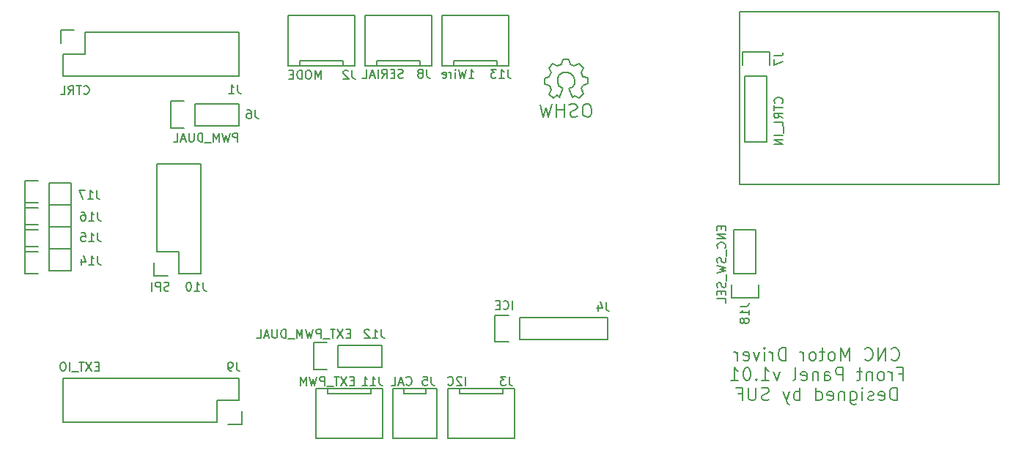
<source format=gbr>
G04 #@! TF.FileFunction,Legend,Bot*
%FSLAX46Y46*%
G04 Gerber Fmt 4.6, Leading zero omitted, Abs format (unit mm)*
G04 Created by KiCad (PCBNEW (2015-06-16 BZR 5762, Git d3b3131)-product) date 2015.07.11. 4:53:42*
%MOMM*%
G01*
G04 APERTURE LIST*
%ADD10C,0.100000*%
%ADD11C,0.200000*%
%ADD12C,0.150000*%
G04 APERTURE END LIST*
D10*
D11*
X137571428Y-70235714D02*
X137642857Y-70307143D01*
X137857143Y-70378571D01*
X138000000Y-70378571D01*
X138214285Y-70307143D01*
X138357143Y-70164286D01*
X138428571Y-70021429D01*
X138500000Y-69735714D01*
X138500000Y-69521429D01*
X138428571Y-69235714D01*
X138357143Y-69092857D01*
X138214285Y-68950000D01*
X138000000Y-68878571D01*
X137857143Y-68878571D01*
X137642857Y-68950000D01*
X137571428Y-69021429D01*
X136928571Y-70378571D02*
X136928571Y-68878571D01*
X136071428Y-70378571D01*
X136071428Y-68878571D01*
X134499999Y-70235714D02*
X134571428Y-70307143D01*
X134785714Y-70378571D01*
X134928571Y-70378571D01*
X135142856Y-70307143D01*
X135285714Y-70164286D01*
X135357142Y-70021429D01*
X135428571Y-69735714D01*
X135428571Y-69521429D01*
X135357142Y-69235714D01*
X135285714Y-69092857D01*
X135142856Y-68950000D01*
X134928571Y-68878571D01*
X134785714Y-68878571D01*
X134571428Y-68950000D01*
X134499999Y-69021429D01*
X132714285Y-70378571D02*
X132714285Y-68878571D01*
X132214285Y-69950000D01*
X131714285Y-68878571D01*
X131714285Y-70378571D01*
X130785713Y-70378571D02*
X130928571Y-70307143D01*
X130999999Y-70235714D01*
X131071428Y-70092857D01*
X131071428Y-69664286D01*
X130999999Y-69521429D01*
X130928571Y-69450000D01*
X130785713Y-69378571D01*
X130571428Y-69378571D01*
X130428571Y-69450000D01*
X130357142Y-69521429D01*
X130285713Y-69664286D01*
X130285713Y-70092857D01*
X130357142Y-70235714D01*
X130428571Y-70307143D01*
X130571428Y-70378571D01*
X130785713Y-70378571D01*
X129857142Y-69378571D02*
X129285713Y-69378571D01*
X129642856Y-68878571D02*
X129642856Y-70164286D01*
X129571428Y-70307143D01*
X129428570Y-70378571D01*
X129285713Y-70378571D01*
X128571427Y-70378571D02*
X128714285Y-70307143D01*
X128785713Y-70235714D01*
X128857142Y-70092857D01*
X128857142Y-69664286D01*
X128785713Y-69521429D01*
X128714285Y-69450000D01*
X128571427Y-69378571D01*
X128357142Y-69378571D01*
X128214285Y-69450000D01*
X128142856Y-69521429D01*
X128071427Y-69664286D01*
X128071427Y-70092857D01*
X128142856Y-70235714D01*
X128214285Y-70307143D01*
X128357142Y-70378571D01*
X128571427Y-70378571D01*
X127428570Y-70378571D02*
X127428570Y-69378571D01*
X127428570Y-69664286D02*
X127357142Y-69521429D01*
X127285713Y-69450000D01*
X127142856Y-69378571D01*
X126999999Y-69378571D01*
X125357142Y-70378571D02*
X125357142Y-68878571D01*
X124999999Y-68878571D01*
X124785714Y-68950000D01*
X124642856Y-69092857D01*
X124571428Y-69235714D01*
X124499999Y-69521429D01*
X124499999Y-69735714D01*
X124571428Y-70021429D01*
X124642856Y-70164286D01*
X124785714Y-70307143D01*
X124999999Y-70378571D01*
X125357142Y-70378571D01*
X123857142Y-70378571D02*
X123857142Y-69378571D01*
X123857142Y-69664286D02*
X123785714Y-69521429D01*
X123714285Y-69450000D01*
X123571428Y-69378571D01*
X123428571Y-69378571D01*
X122928571Y-70378571D02*
X122928571Y-69378571D01*
X122928571Y-68878571D02*
X123000000Y-68950000D01*
X122928571Y-69021429D01*
X122857143Y-68950000D01*
X122928571Y-68878571D01*
X122928571Y-69021429D01*
X122357142Y-69378571D02*
X121999999Y-70378571D01*
X121642857Y-69378571D01*
X120500000Y-70307143D02*
X120642857Y-70378571D01*
X120928571Y-70378571D01*
X121071428Y-70307143D01*
X121142857Y-70164286D01*
X121142857Y-69592857D01*
X121071428Y-69450000D01*
X120928571Y-69378571D01*
X120642857Y-69378571D01*
X120500000Y-69450000D01*
X120428571Y-69592857D01*
X120428571Y-69735714D01*
X121142857Y-69878571D01*
X119785714Y-70378571D02*
X119785714Y-69378571D01*
X119785714Y-69664286D02*
X119714286Y-69521429D01*
X119642857Y-69450000D01*
X119500000Y-69378571D01*
X119357143Y-69378571D01*
X138392856Y-71892857D02*
X138892856Y-71892857D01*
X138892856Y-72678571D02*
X138892856Y-71178571D01*
X138178570Y-71178571D01*
X137607142Y-72678571D02*
X137607142Y-71678571D01*
X137607142Y-71964286D02*
X137535714Y-71821429D01*
X137464285Y-71750000D01*
X137321428Y-71678571D01*
X137178571Y-71678571D01*
X136464285Y-72678571D02*
X136607143Y-72607143D01*
X136678571Y-72535714D01*
X136750000Y-72392857D01*
X136750000Y-71964286D01*
X136678571Y-71821429D01*
X136607143Y-71750000D01*
X136464285Y-71678571D01*
X136250000Y-71678571D01*
X136107143Y-71750000D01*
X136035714Y-71821429D01*
X135964285Y-71964286D01*
X135964285Y-72392857D01*
X136035714Y-72535714D01*
X136107143Y-72607143D01*
X136250000Y-72678571D01*
X136464285Y-72678571D01*
X135321428Y-71678571D02*
X135321428Y-72678571D01*
X135321428Y-71821429D02*
X135250000Y-71750000D01*
X135107142Y-71678571D01*
X134892857Y-71678571D01*
X134750000Y-71750000D01*
X134678571Y-71892857D01*
X134678571Y-72678571D01*
X134178571Y-71678571D02*
X133607142Y-71678571D01*
X133964285Y-71178571D02*
X133964285Y-72464286D01*
X133892857Y-72607143D01*
X133749999Y-72678571D01*
X133607142Y-72678571D01*
X131964285Y-72678571D02*
X131964285Y-71178571D01*
X131392857Y-71178571D01*
X131249999Y-71250000D01*
X131178571Y-71321429D01*
X131107142Y-71464286D01*
X131107142Y-71678571D01*
X131178571Y-71821429D01*
X131249999Y-71892857D01*
X131392857Y-71964286D01*
X131964285Y-71964286D01*
X129821428Y-72678571D02*
X129821428Y-71892857D01*
X129892857Y-71750000D01*
X130035714Y-71678571D01*
X130321428Y-71678571D01*
X130464285Y-71750000D01*
X129821428Y-72607143D02*
X129964285Y-72678571D01*
X130321428Y-72678571D01*
X130464285Y-72607143D01*
X130535714Y-72464286D01*
X130535714Y-72321429D01*
X130464285Y-72178571D01*
X130321428Y-72107143D01*
X129964285Y-72107143D01*
X129821428Y-72035714D01*
X129107142Y-71678571D02*
X129107142Y-72678571D01*
X129107142Y-71821429D02*
X129035714Y-71750000D01*
X128892856Y-71678571D01*
X128678571Y-71678571D01*
X128535714Y-71750000D01*
X128464285Y-71892857D01*
X128464285Y-72678571D01*
X127178571Y-72607143D02*
X127321428Y-72678571D01*
X127607142Y-72678571D01*
X127749999Y-72607143D01*
X127821428Y-72464286D01*
X127821428Y-71892857D01*
X127749999Y-71750000D01*
X127607142Y-71678571D01*
X127321428Y-71678571D01*
X127178571Y-71750000D01*
X127107142Y-71892857D01*
X127107142Y-72035714D01*
X127821428Y-72178571D01*
X126249999Y-72678571D02*
X126392857Y-72607143D01*
X126464285Y-72464286D01*
X126464285Y-71178571D01*
X124678571Y-71678571D02*
X124321428Y-72678571D01*
X123964286Y-71678571D01*
X122607143Y-72678571D02*
X123464286Y-72678571D01*
X123035714Y-72678571D02*
X123035714Y-71178571D01*
X123178571Y-71392857D01*
X123321429Y-71535714D01*
X123464286Y-71607143D01*
X121964286Y-72535714D02*
X121892858Y-72607143D01*
X121964286Y-72678571D01*
X122035715Y-72607143D01*
X121964286Y-72535714D01*
X121964286Y-72678571D01*
X120964286Y-71178571D02*
X120821429Y-71178571D01*
X120678572Y-71250000D01*
X120607143Y-71321429D01*
X120535714Y-71464286D01*
X120464286Y-71750000D01*
X120464286Y-72107143D01*
X120535714Y-72392857D01*
X120607143Y-72535714D01*
X120678572Y-72607143D01*
X120821429Y-72678571D01*
X120964286Y-72678571D01*
X121107143Y-72607143D01*
X121178572Y-72535714D01*
X121250000Y-72392857D01*
X121321429Y-72107143D01*
X121321429Y-71750000D01*
X121250000Y-71464286D01*
X121178572Y-71321429D01*
X121107143Y-71250000D01*
X120964286Y-71178571D01*
X119035715Y-72678571D02*
X119892858Y-72678571D01*
X119464286Y-72678571D02*
X119464286Y-71178571D01*
X119607143Y-71392857D01*
X119750001Y-71535714D01*
X119892858Y-71607143D01*
X138214285Y-74978571D02*
X138214285Y-73478571D01*
X137857142Y-73478571D01*
X137642857Y-73550000D01*
X137499999Y-73692857D01*
X137428571Y-73835714D01*
X137357142Y-74121429D01*
X137357142Y-74335714D01*
X137428571Y-74621429D01*
X137499999Y-74764286D01*
X137642857Y-74907143D01*
X137857142Y-74978571D01*
X138214285Y-74978571D01*
X136142857Y-74907143D02*
X136285714Y-74978571D01*
X136571428Y-74978571D01*
X136714285Y-74907143D01*
X136785714Y-74764286D01*
X136785714Y-74192857D01*
X136714285Y-74050000D01*
X136571428Y-73978571D01*
X136285714Y-73978571D01*
X136142857Y-74050000D01*
X136071428Y-74192857D01*
X136071428Y-74335714D01*
X136785714Y-74478571D01*
X135500000Y-74907143D02*
X135357143Y-74978571D01*
X135071428Y-74978571D01*
X134928571Y-74907143D01*
X134857143Y-74764286D01*
X134857143Y-74692857D01*
X134928571Y-74550000D01*
X135071428Y-74478571D01*
X135285714Y-74478571D01*
X135428571Y-74407143D01*
X135500000Y-74264286D01*
X135500000Y-74192857D01*
X135428571Y-74050000D01*
X135285714Y-73978571D01*
X135071428Y-73978571D01*
X134928571Y-74050000D01*
X134214285Y-74978571D02*
X134214285Y-73978571D01*
X134214285Y-73478571D02*
X134285714Y-73550000D01*
X134214285Y-73621429D01*
X134142857Y-73550000D01*
X134214285Y-73478571D01*
X134214285Y-73621429D01*
X132857142Y-73978571D02*
X132857142Y-75192857D01*
X132928571Y-75335714D01*
X132999999Y-75407143D01*
X133142856Y-75478571D01*
X133357142Y-75478571D01*
X133499999Y-75407143D01*
X132857142Y-74907143D02*
X132999999Y-74978571D01*
X133285713Y-74978571D01*
X133428571Y-74907143D01*
X133499999Y-74835714D01*
X133571428Y-74692857D01*
X133571428Y-74264286D01*
X133499999Y-74121429D01*
X133428571Y-74050000D01*
X133285713Y-73978571D01*
X132999999Y-73978571D01*
X132857142Y-74050000D01*
X132142856Y-73978571D02*
X132142856Y-74978571D01*
X132142856Y-74121429D02*
X132071428Y-74050000D01*
X131928570Y-73978571D01*
X131714285Y-73978571D01*
X131571428Y-74050000D01*
X131499999Y-74192857D01*
X131499999Y-74978571D01*
X130214285Y-74907143D02*
X130357142Y-74978571D01*
X130642856Y-74978571D01*
X130785713Y-74907143D01*
X130857142Y-74764286D01*
X130857142Y-74192857D01*
X130785713Y-74050000D01*
X130642856Y-73978571D01*
X130357142Y-73978571D01*
X130214285Y-74050000D01*
X130142856Y-74192857D01*
X130142856Y-74335714D01*
X130857142Y-74478571D01*
X128857142Y-74978571D02*
X128857142Y-73478571D01*
X128857142Y-74907143D02*
X128999999Y-74978571D01*
X129285713Y-74978571D01*
X129428571Y-74907143D01*
X129499999Y-74835714D01*
X129571428Y-74692857D01*
X129571428Y-74264286D01*
X129499999Y-74121429D01*
X129428571Y-74050000D01*
X129285713Y-73978571D01*
X128999999Y-73978571D01*
X128857142Y-74050000D01*
X126999999Y-74978571D02*
X126999999Y-73478571D01*
X126999999Y-74050000D02*
X126857142Y-73978571D01*
X126571428Y-73978571D01*
X126428571Y-74050000D01*
X126357142Y-74121429D01*
X126285713Y-74264286D01*
X126285713Y-74692857D01*
X126357142Y-74835714D01*
X126428571Y-74907143D01*
X126571428Y-74978571D01*
X126857142Y-74978571D01*
X126999999Y-74907143D01*
X125785713Y-73978571D02*
X125428570Y-74978571D01*
X125071428Y-73978571D02*
X125428570Y-74978571D01*
X125571428Y-75335714D01*
X125642856Y-75407143D01*
X125785713Y-75478571D01*
X123428571Y-74907143D02*
X123214285Y-74978571D01*
X122857142Y-74978571D01*
X122714285Y-74907143D01*
X122642856Y-74835714D01*
X122571428Y-74692857D01*
X122571428Y-74550000D01*
X122642856Y-74407143D01*
X122714285Y-74335714D01*
X122857142Y-74264286D01*
X123142856Y-74192857D01*
X123285714Y-74121429D01*
X123357142Y-74050000D01*
X123428571Y-73907143D01*
X123428571Y-73764286D01*
X123357142Y-73621429D01*
X123285714Y-73550000D01*
X123142856Y-73478571D01*
X122785714Y-73478571D01*
X122571428Y-73550000D01*
X121928571Y-73478571D02*
X121928571Y-74692857D01*
X121857143Y-74835714D01*
X121785714Y-74907143D01*
X121642857Y-74978571D01*
X121357143Y-74978571D01*
X121214285Y-74907143D01*
X121142857Y-74835714D01*
X121071428Y-74692857D01*
X121071428Y-73478571D01*
X119857142Y-74192857D02*
X120357142Y-74192857D01*
X120357142Y-74978571D02*
X120357142Y-73478571D01*
X119642856Y-73478571D01*
X150000000Y-30000000D02*
X120000000Y-30000000D01*
X150000000Y-50000000D02*
X150000000Y-30000000D01*
X120000000Y-50000000D02*
X150000000Y-50000000D01*
X120000000Y-30000000D02*
X120000000Y-50000000D01*
D12*
X62230000Y-37465000D02*
X41910000Y-37465000D01*
X44450000Y-32385000D02*
X62230000Y-32385000D01*
X62230000Y-37465000D02*
X62230000Y-32385000D01*
X41910000Y-37465000D02*
X41910000Y-34925000D01*
X41630000Y-33655000D02*
X41630000Y-32105000D01*
X41910000Y-34925000D02*
X44450000Y-34925000D01*
X44450000Y-34925000D02*
X44450000Y-32385000D01*
X41630000Y-32105000D02*
X43180000Y-32105000D01*
X74255000Y-35655000D02*
X69255000Y-35655000D01*
X74255000Y-36255000D02*
X74255000Y-35655000D01*
X69255000Y-36255000D02*
X69255000Y-35655000D01*
X75605000Y-36255000D02*
X75605000Y-30455000D01*
X67905000Y-36255000D02*
X75605000Y-36255000D01*
X67905000Y-30455000D02*
X67905000Y-36255000D01*
X67905000Y-30455000D02*
X75605000Y-30455000D01*
X87670000Y-74200000D02*
X92670000Y-74200000D01*
X87670000Y-73600000D02*
X87670000Y-74200000D01*
X92670000Y-73600000D02*
X92670000Y-74200000D01*
X86320000Y-73600000D02*
X86320000Y-79400000D01*
X94020000Y-73600000D02*
X86320000Y-73600000D01*
X94020000Y-79400000D02*
X94020000Y-73600000D01*
X94020000Y-79400000D02*
X86320000Y-79400000D01*
X93345000Y-65125000D02*
X91795000Y-65125000D01*
X91795000Y-65125000D02*
X91795000Y-68225000D01*
X91795000Y-68225000D02*
X93345000Y-68225000D01*
X94615000Y-67945000D02*
X104775000Y-67945000D01*
X104775000Y-67945000D02*
X104775000Y-65405000D01*
X104775000Y-65405000D02*
X94615000Y-65405000D01*
X94615000Y-67945000D02*
X94615000Y-65405000D01*
X83800000Y-73600000D02*
X83800000Y-74200000D01*
X83800000Y-74200000D02*
X81300000Y-74200000D01*
X81300000Y-74200000D02*
X81300000Y-73600000D01*
X85100000Y-73600000D02*
X80000000Y-73600000D01*
X80000000Y-73600000D02*
X80000000Y-79400000D01*
X80000000Y-79400000D02*
X85100000Y-79400000D01*
X85100000Y-79400000D02*
X85100000Y-73600000D01*
X57150000Y-40640000D02*
X62230000Y-40640000D01*
X62230000Y-40640000D02*
X62230000Y-43180000D01*
X62230000Y-43180000D02*
X57150000Y-43180000D01*
X54330000Y-43460000D02*
X55880000Y-43460000D01*
X57150000Y-43180000D02*
X57150000Y-40640000D01*
X55880000Y-40360000D02*
X54330000Y-40360000D01*
X54330000Y-40360000D02*
X54330000Y-43460000D01*
X123190000Y-37465000D02*
X123190000Y-45085000D01*
X120650000Y-37465000D02*
X120650000Y-45085000D01*
X120370000Y-34645000D02*
X120370000Y-36195000D01*
X123190000Y-45085000D02*
X120650000Y-45085000D01*
X120650000Y-37465000D02*
X123190000Y-37465000D01*
X123470000Y-36195000D02*
X123470000Y-34645000D01*
X123470000Y-34645000D02*
X120370000Y-34645000D01*
X83145000Y-35655000D02*
X78145000Y-35655000D01*
X83145000Y-36255000D02*
X83145000Y-35655000D01*
X78145000Y-36255000D02*
X78145000Y-35655000D01*
X84495000Y-36255000D02*
X84495000Y-30455000D01*
X76795000Y-36255000D02*
X84495000Y-36255000D01*
X76795000Y-30455000D02*
X76795000Y-36255000D01*
X76795000Y-30455000D02*
X84495000Y-30455000D01*
X41910000Y-72390000D02*
X62230000Y-72390000D01*
X59690000Y-77470000D02*
X41910000Y-77470000D01*
X41910000Y-72390000D02*
X41910000Y-77470000D01*
X62230000Y-72390000D02*
X62230000Y-74930000D01*
X62510000Y-76200000D02*
X62510000Y-77750000D01*
X62230000Y-74930000D02*
X59690000Y-74930000D01*
X59690000Y-74930000D02*
X59690000Y-77470000D01*
X62510000Y-77750000D02*
X60960000Y-77750000D01*
X57785000Y-60325000D02*
X57785000Y-47625000D01*
X57785000Y-47625000D02*
X52705000Y-47625000D01*
X52705000Y-47625000D02*
X52705000Y-57785000D01*
X57785000Y-60325000D02*
X55245000Y-60325000D01*
X53975000Y-60605000D02*
X52425000Y-60605000D01*
X55245000Y-60325000D02*
X55245000Y-57785000D01*
X55245000Y-57785000D02*
X52705000Y-57785000D01*
X52425000Y-60605000D02*
X52425000Y-59055000D01*
X72430000Y-74200000D02*
X77430000Y-74200000D01*
X72430000Y-73600000D02*
X72430000Y-74200000D01*
X77430000Y-73600000D02*
X77430000Y-74200000D01*
X71080000Y-73600000D02*
X71080000Y-79400000D01*
X78780000Y-73600000D02*
X71080000Y-73600000D01*
X78780000Y-79400000D02*
X78780000Y-73600000D01*
X78780000Y-79400000D02*
X71080000Y-79400000D01*
X73660000Y-68580000D02*
X78740000Y-68580000D01*
X78740000Y-68580000D02*
X78740000Y-71120000D01*
X78740000Y-71120000D02*
X73660000Y-71120000D01*
X70840000Y-71400000D02*
X72390000Y-71400000D01*
X73660000Y-71120000D02*
X73660000Y-68580000D01*
X72390000Y-68300000D02*
X70840000Y-68300000D01*
X70840000Y-68300000D02*
X70840000Y-71400000D01*
X92035000Y-35655000D02*
X87035000Y-35655000D01*
X92035000Y-36255000D02*
X92035000Y-35655000D01*
X87035000Y-36255000D02*
X87035000Y-35655000D01*
X93385000Y-36255000D02*
X93385000Y-30455000D01*
X85685000Y-36255000D02*
X93385000Y-36255000D01*
X85685000Y-30455000D02*
X85685000Y-36255000D01*
X85685000Y-30455000D02*
X93385000Y-30455000D01*
X40322500Y-60007500D02*
X42862500Y-60007500D01*
X37502500Y-60287500D02*
X39052500Y-60287500D01*
X40322500Y-60007500D02*
X40322500Y-57467500D01*
X39052500Y-57187500D02*
X37502500Y-57187500D01*
X37502500Y-57187500D02*
X37502500Y-60287500D01*
X40322500Y-57467500D02*
X42862500Y-57467500D01*
X42862500Y-57467500D02*
X42862500Y-60007500D01*
X40322500Y-57467500D02*
X42862500Y-57467500D01*
X37502500Y-57747500D02*
X39052500Y-57747500D01*
X40322500Y-57467500D02*
X40322500Y-54927500D01*
X39052500Y-54647500D02*
X37502500Y-54647500D01*
X37502500Y-54647500D02*
X37502500Y-57747500D01*
X40322500Y-54927500D02*
X42862500Y-54927500D01*
X42862500Y-54927500D02*
X42862500Y-57467500D01*
X40322500Y-54927500D02*
X42862500Y-54927500D01*
X37502500Y-55207500D02*
X39052500Y-55207500D01*
X40322500Y-54927500D02*
X40322500Y-52387500D01*
X39052500Y-52107500D02*
X37502500Y-52107500D01*
X37502500Y-52107500D02*
X37502500Y-55207500D01*
X40322500Y-52387500D02*
X42862500Y-52387500D01*
X42862500Y-52387500D02*
X42862500Y-54927500D01*
X40322500Y-52387500D02*
X42862500Y-52387500D01*
X37502500Y-52667500D02*
X39052500Y-52667500D01*
X40322500Y-52387500D02*
X40322500Y-49847500D01*
X39052500Y-49567500D02*
X37502500Y-49567500D01*
X37502500Y-49567500D02*
X37502500Y-52667500D01*
X40322500Y-49847500D02*
X42862500Y-49847500D01*
X42862500Y-49847500D02*
X42862500Y-52387500D01*
X119380000Y-60325000D02*
X119380000Y-55245000D01*
X119380000Y-55245000D02*
X121920000Y-55245000D01*
X121920000Y-55245000D02*
X121920000Y-60325000D01*
X122200000Y-63145000D02*
X122200000Y-61595000D01*
X121920000Y-60325000D02*
X119380000Y-60325000D01*
X119100000Y-61595000D02*
X119100000Y-63145000D01*
X119100000Y-63145000D02*
X122200000Y-63145000D01*
X98331220Y-40689860D02*
X97970540Y-42160520D01*
X97970540Y-42160520D02*
X97691140Y-41098800D01*
X97691140Y-41098800D02*
X97381260Y-42170680D01*
X97381260Y-42170680D02*
X97040900Y-40720340D01*
X99751080Y-41380740D02*
X98961140Y-41370580D01*
X98961140Y-41370580D02*
X98950980Y-41380740D01*
X98950980Y-41380740D02*
X98950980Y-41370580D01*
X98910340Y-40659380D02*
X98910340Y-42201160D01*
X99799340Y-40649220D02*
X99799340Y-42218940D01*
X99799340Y-42218940D02*
X99789180Y-42208780D01*
X100350520Y-40750820D02*
X100701040Y-40669540D01*
X100701040Y-40669540D02*
X101021080Y-40659380D01*
X101021080Y-40659380D02*
X101259840Y-40860040D01*
X101259840Y-40860040D02*
X101290320Y-41129280D01*
X101290320Y-41129280D02*
X101049020Y-41370580D01*
X101049020Y-41370580D02*
X100660400Y-41500120D01*
X100660400Y-41500120D02*
X100480060Y-41660140D01*
X100480060Y-41660140D02*
X100439420Y-41959860D01*
X100439420Y-41959860D02*
X100670560Y-42180840D01*
X100670560Y-42180840D02*
X100990600Y-42208780D01*
X100990600Y-42208780D02*
X101341120Y-42099560D01*
X102379980Y-40649220D02*
X102628900Y-40669540D01*
X102628900Y-40669540D02*
X102870200Y-40910840D01*
X102870200Y-40910840D02*
X102959100Y-41401060D01*
X102959100Y-41401060D02*
X102931160Y-41749040D01*
X102931160Y-41749040D02*
X102730500Y-42069080D01*
X102730500Y-42069080D02*
X102479040Y-42191000D01*
X102479040Y-42191000D02*
X102169160Y-42119880D01*
X102169160Y-42119880D02*
X101950720Y-41939540D01*
X101950720Y-41939540D02*
X101879600Y-41479800D01*
X101879600Y-41479800D02*
X101930400Y-41070860D01*
X101930400Y-41070860D02*
X102039620Y-40788920D01*
X102039620Y-40788920D02*
X102400300Y-40659380D01*
X101780540Y-38929640D02*
X102039620Y-39490980D01*
X102039620Y-39490980D02*
X101501140Y-40009140D01*
X101501140Y-40009140D02*
X100980440Y-39739900D01*
X100980440Y-39739900D02*
X100701040Y-39899920D01*
X99260860Y-39879600D02*
X98930660Y-39689100D01*
X98930660Y-39689100D02*
X98491240Y-40019300D01*
X98491240Y-40019300D02*
X98018800Y-39529080D01*
X98018800Y-39529080D02*
X98300740Y-39049020D01*
X98300740Y-39049020D02*
X98110240Y-38579120D01*
X98110240Y-38579120D02*
X97500640Y-38391160D01*
X97500640Y-38391160D02*
X97500640Y-37710440D01*
X97500640Y-37710440D02*
X98059440Y-37570740D01*
X98059440Y-37570740D02*
X98260100Y-36999240D01*
X98260100Y-36999240D02*
X97990860Y-36529340D01*
X97990860Y-36529340D02*
X98460760Y-36018800D01*
X98460760Y-36018800D02*
X98978920Y-36280420D01*
X98978920Y-36280420D02*
X99448820Y-36079760D01*
X99448820Y-36079760D02*
X99619000Y-35538740D01*
X99619000Y-35538740D02*
X100309880Y-35520960D01*
X100309880Y-35520960D02*
X100520700Y-36069600D01*
X100520700Y-36069600D02*
X100939800Y-36239780D01*
X100939800Y-36239780D02*
X101490980Y-35970540D01*
X101490980Y-35970540D02*
X102009140Y-36498860D01*
X102009140Y-36498860D02*
X101760220Y-37039880D01*
X101760220Y-37039880D02*
X101930400Y-37519940D01*
X101930400Y-37519940D02*
X102479040Y-37619000D01*
X102479040Y-37619000D02*
X102489200Y-38320040D01*
X102489200Y-38320040D02*
X101930400Y-38520700D01*
X101930400Y-38520700D02*
X101790700Y-38919480D01*
X99649480Y-38899160D02*
X99349760Y-38749300D01*
X99349760Y-38749300D02*
X99149100Y-38551180D01*
X99149100Y-38551180D02*
X98999240Y-38149860D01*
X98999240Y-38149860D02*
X98999240Y-37751080D01*
X98999240Y-37751080D02*
X99149100Y-37400560D01*
X99149100Y-37400560D02*
X99601220Y-37050040D01*
X99601220Y-37050040D02*
X100050800Y-36999240D01*
X100050800Y-36999240D02*
X100449580Y-37100840D01*
X100449580Y-37100840D02*
X100850900Y-37448820D01*
X100850900Y-37448820D02*
X101000760Y-37900940D01*
X101000760Y-37900940D02*
X100949960Y-38398780D01*
X100949960Y-38398780D02*
X100701040Y-38701040D01*
X100701040Y-38701040D02*
X100350520Y-38899160D01*
X100350520Y-38899160D02*
X100701040Y-39899920D01*
X99649480Y-38899160D02*
X99250700Y-39899920D01*
X62055333Y-38441381D02*
X62055333Y-39155667D01*
X62102953Y-39298524D01*
X62198191Y-39393762D01*
X62341048Y-39441381D01*
X62436286Y-39441381D01*
X61055333Y-39441381D02*
X61626762Y-39441381D01*
X61341048Y-39441381D02*
X61341048Y-38441381D01*
X61436286Y-38584238D01*
X61531524Y-38679476D01*
X61626762Y-38727095D01*
X44283190Y-39473143D02*
X44330809Y-39520762D01*
X44473666Y-39568381D01*
X44568904Y-39568381D01*
X44711762Y-39520762D01*
X44807000Y-39425524D01*
X44854619Y-39330286D01*
X44902238Y-39139810D01*
X44902238Y-38996952D01*
X44854619Y-38806476D01*
X44807000Y-38711238D01*
X44711762Y-38616000D01*
X44568904Y-38568381D01*
X44473666Y-38568381D01*
X44330809Y-38616000D01*
X44283190Y-38663619D01*
X43997476Y-38568381D02*
X43426047Y-38568381D01*
X43711762Y-39568381D02*
X43711762Y-38568381D01*
X42521285Y-39568381D02*
X42854619Y-39092190D01*
X43092714Y-39568381D02*
X43092714Y-38568381D01*
X42711761Y-38568381D01*
X42616523Y-38616000D01*
X42568904Y-38663619D01*
X42521285Y-38758857D01*
X42521285Y-38901714D01*
X42568904Y-38996952D01*
X42616523Y-39044571D01*
X42711761Y-39092190D01*
X43092714Y-39092190D01*
X41616523Y-39568381D02*
X42092714Y-39568381D01*
X42092714Y-38568381D01*
X75263333Y-36790381D02*
X75263333Y-37504667D01*
X75310953Y-37647524D01*
X75406191Y-37742762D01*
X75549048Y-37790381D01*
X75644286Y-37790381D01*
X74834762Y-36885619D02*
X74787143Y-36838000D01*
X74691905Y-36790381D01*
X74453809Y-36790381D01*
X74358571Y-36838000D01*
X74310952Y-36885619D01*
X74263333Y-36980857D01*
X74263333Y-37076095D01*
X74310952Y-37218952D01*
X74882381Y-37790381D01*
X74263333Y-37790381D01*
X71659524Y-37790381D02*
X71659524Y-36790381D01*
X71326190Y-37504667D01*
X70992857Y-36790381D01*
X70992857Y-37790381D01*
X70326191Y-36790381D02*
X70135714Y-36790381D01*
X70040476Y-36838000D01*
X69945238Y-36933238D01*
X69897619Y-37123714D01*
X69897619Y-37457048D01*
X69945238Y-37647524D01*
X70040476Y-37742762D01*
X70135714Y-37790381D01*
X70326191Y-37790381D01*
X70421429Y-37742762D01*
X70516667Y-37647524D01*
X70564286Y-37457048D01*
X70564286Y-37123714D01*
X70516667Y-36933238D01*
X70421429Y-36838000D01*
X70326191Y-36790381D01*
X69469048Y-37790381D02*
X69469048Y-36790381D01*
X69230953Y-36790381D01*
X69088095Y-36838000D01*
X68992857Y-36933238D01*
X68945238Y-37028476D01*
X68897619Y-37218952D01*
X68897619Y-37361810D01*
X68945238Y-37552286D01*
X68992857Y-37647524D01*
X69088095Y-37742762D01*
X69230953Y-37790381D01*
X69469048Y-37790381D01*
X68469048Y-37266571D02*
X68135714Y-37266571D01*
X67992857Y-37790381D02*
X68469048Y-37790381D01*
X68469048Y-36790381D01*
X67992857Y-36790381D01*
X93424333Y-72223381D02*
X93424333Y-72937667D01*
X93471953Y-73080524D01*
X93567191Y-73175762D01*
X93710048Y-73223381D01*
X93805286Y-73223381D01*
X93043381Y-72223381D02*
X92424333Y-72223381D01*
X92757667Y-72604333D01*
X92614809Y-72604333D01*
X92519571Y-72651952D01*
X92471952Y-72699571D01*
X92424333Y-72794810D01*
X92424333Y-73032905D01*
X92471952Y-73128143D01*
X92519571Y-73175762D01*
X92614809Y-73223381D01*
X92900524Y-73223381D01*
X92995762Y-73175762D01*
X93043381Y-73128143D01*
X88352190Y-73223381D02*
X88352190Y-72223381D01*
X87923619Y-72318619D02*
X87876000Y-72271000D01*
X87780762Y-72223381D01*
X87542666Y-72223381D01*
X87447428Y-72271000D01*
X87399809Y-72318619D01*
X87352190Y-72413857D01*
X87352190Y-72509095D01*
X87399809Y-72651952D01*
X87971238Y-73223381D01*
X87352190Y-73223381D01*
X86352190Y-73128143D02*
X86399809Y-73175762D01*
X86542666Y-73223381D01*
X86637904Y-73223381D01*
X86780762Y-73175762D01*
X86876000Y-73080524D01*
X86923619Y-72985286D01*
X86971238Y-72794810D01*
X86971238Y-72651952D01*
X86923619Y-72461476D01*
X86876000Y-72366238D01*
X86780762Y-72271000D01*
X86637904Y-72223381D01*
X86542666Y-72223381D01*
X86399809Y-72271000D01*
X86352190Y-72318619D01*
X104600333Y-63587381D02*
X104600333Y-64301667D01*
X104647953Y-64444524D01*
X104743191Y-64539762D01*
X104886048Y-64587381D01*
X104981286Y-64587381D01*
X103695571Y-63920714D02*
X103695571Y-64587381D01*
X103933667Y-63539762D02*
X104171762Y-64254048D01*
X103552714Y-64254048D01*
X93789381Y-64460381D02*
X93789381Y-63460381D01*
X92741762Y-64365143D02*
X92789381Y-64412762D01*
X92932238Y-64460381D01*
X93027476Y-64460381D01*
X93170334Y-64412762D01*
X93265572Y-64317524D01*
X93313191Y-64222286D01*
X93360810Y-64031810D01*
X93360810Y-63888952D01*
X93313191Y-63698476D01*
X93265572Y-63603238D01*
X93170334Y-63508000D01*
X93027476Y-63460381D01*
X92932238Y-63460381D01*
X92789381Y-63508000D01*
X92741762Y-63555619D01*
X92313191Y-63936571D02*
X91979857Y-63936571D01*
X91837000Y-64460381D02*
X92313191Y-64460381D01*
X92313191Y-63460381D01*
X91837000Y-63460381D01*
X84407333Y-72223381D02*
X84407333Y-72937667D01*
X84454953Y-73080524D01*
X84550191Y-73175762D01*
X84693048Y-73223381D01*
X84788286Y-73223381D01*
X83454952Y-72223381D02*
X83931143Y-72223381D01*
X83978762Y-72699571D01*
X83931143Y-72651952D01*
X83835905Y-72604333D01*
X83597809Y-72604333D01*
X83502571Y-72651952D01*
X83454952Y-72699571D01*
X83407333Y-72794810D01*
X83407333Y-73032905D01*
X83454952Y-73128143D01*
X83502571Y-73175762D01*
X83597809Y-73223381D01*
X83835905Y-73223381D01*
X83931143Y-73175762D01*
X83978762Y-73128143D01*
X81549809Y-73128143D02*
X81597428Y-73175762D01*
X81740285Y-73223381D01*
X81835523Y-73223381D01*
X81978381Y-73175762D01*
X82073619Y-73080524D01*
X82121238Y-72985286D01*
X82168857Y-72794810D01*
X82168857Y-72651952D01*
X82121238Y-72461476D01*
X82073619Y-72366238D01*
X81978381Y-72271000D01*
X81835523Y-72223381D01*
X81740285Y-72223381D01*
X81597428Y-72271000D01*
X81549809Y-72318619D01*
X81168857Y-72937667D02*
X80692666Y-72937667D01*
X81264095Y-73223381D02*
X80930762Y-72223381D01*
X80597428Y-73223381D01*
X79787904Y-73223381D02*
X80264095Y-73223381D01*
X80264095Y-72223381D01*
X64087333Y-41362381D02*
X64087333Y-42076667D01*
X64134953Y-42219524D01*
X64230191Y-42314762D01*
X64373048Y-42362381D01*
X64468286Y-42362381D01*
X63182571Y-41362381D02*
X63373048Y-41362381D01*
X63468286Y-41410000D01*
X63515905Y-41457619D01*
X63611143Y-41600476D01*
X63658762Y-41790952D01*
X63658762Y-42171905D01*
X63611143Y-42267143D01*
X63563524Y-42314762D01*
X63468286Y-42362381D01*
X63277809Y-42362381D01*
X63182571Y-42314762D01*
X63134952Y-42267143D01*
X63087333Y-42171905D01*
X63087333Y-41933810D01*
X63134952Y-41838571D01*
X63182571Y-41790952D01*
X63277809Y-41743333D01*
X63468286Y-41743333D01*
X63563524Y-41790952D01*
X63611143Y-41838571D01*
X63658762Y-41933810D01*
X62062857Y-45029381D02*
X62062857Y-44029381D01*
X61681904Y-44029381D01*
X61586666Y-44077000D01*
X61539047Y-44124619D01*
X61491428Y-44219857D01*
X61491428Y-44362714D01*
X61539047Y-44457952D01*
X61586666Y-44505571D01*
X61681904Y-44553190D01*
X62062857Y-44553190D01*
X61158095Y-44029381D02*
X60920000Y-45029381D01*
X60729523Y-44315095D01*
X60539047Y-45029381D01*
X60300952Y-44029381D01*
X59920000Y-45029381D02*
X59920000Y-44029381D01*
X59586666Y-44743667D01*
X59253333Y-44029381D01*
X59253333Y-45029381D01*
X59015238Y-45124619D02*
X58253333Y-45124619D01*
X58015238Y-45029381D02*
X58015238Y-44029381D01*
X57777143Y-44029381D01*
X57634285Y-44077000D01*
X57539047Y-44172238D01*
X57491428Y-44267476D01*
X57443809Y-44457952D01*
X57443809Y-44600810D01*
X57491428Y-44791286D01*
X57539047Y-44886524D01*
X57634285Y-44981762D01*
X57777143Y-45029381D01*
X58015238Y-45029381D01*
X57015238Y-44029381D02*
X57015238Y-44838905D01*
X56967619Y-44934143D01*
X56920000Y-44981762D01*
X56824762Y-45029381D01*
X56634285Y-45029381D01*
X56539047Y-44981762D01*
X56491428Y-44934143D01*
X56443809Y-44838905D01*
X56443809Y-44029381D01*
X56015238Y-44743667D02*
X55539047Y-44743667D01*
X56110476Y-45029381D02*
X55777143Y-44029381D01*
X55443809Y-45029381D01*
X54634285Y-45029381D02*
X55110476Y-45029381D01*
X55110476Y-44029381D01*
X124039381Y-35099667D02*
X124753667Y-35099667D01*
X124896524Y-35052047D01*
X124991762Y-34956809D01*
X125039381Y-34813952D01*
X125039381Y-34718714D01*
X124039381Y-35480619D02*
X124039381Y-36147286D01*
X125039381Y-35718714D01*
X124944143Y-40552953D02*
X124991762Y-40505334D01*
X125039381Y-40362477D01*
X125039381Y-40267239D01*
X124991762Y-40124381D01*
X124896524Y-40029143D01*
X124801286Y-39981524D01*
X124610810Y-39933905D01*
X124467952Y-39933905D01*
X124277476Y-39981524D01*
X124182238Y-40029143D01*
X124087000Y-40124381D01*
X124039381Y-40267239D01*
X124039381Y-40362477D01*
X124087000Y-40505334D01*
X124134619Y-40552953D01*
X124039381Y-40838667D02*
X124039381Y-41410096D01*
X125039381Y-41124381D02*
X124039381Y-41124381D01*
X125039381Y-42314858D02*
X124563190Y-41981524D01*
X125039381Y-41743429D02*
X124039381Y-41743429D01*
X124039381Y-42124382D01*
X124087000Y-42219620D01*
X124134619Y-42267239D01*
X124229857Y-42314858D01*
X124372714Y-42314858D01*
X124467952Y-42267239D01*
X124515571Y-42219620D01*
X124563190Y-42124382D01*
X124563190Y-41743429D01*
X125039381Y-43219620D02*
X125039381Y-42743429D01*
X124039381Y-42743429D01*
X125134619Y-43314858D02*
X125134619Y-44076763D01*
X125039381Y-44314858D02*
X124039381Y-44314858D01*
X125039381Y-44791048D02*
X124039381Y-44791048D01*
X125039381Y-45362477D01*
X124039381Y-45362477D01*
X83899333Y-36663381D02*
X83899333Y-37377667D01*
X83946953Y-37520524D01*
X84042191Y-37615762D01*
X84185048Y-37663381D01*
X84280286Y-37663381D01*
X83280286Y-37091952D02*
X83375524Y-37044333D01*
X83423143Y-36996714D01*
X83470762Y-36901476D01*
X83470762Y-36853857D01*
X83423143Y-36758619D01*
X83375524Y-36711000D01*
X83280286Y-36663381D01*
X83089809Y-36663381D01*
X82994571Y-36711000D01*
X82946952Y-36758619D01*
X82899333Y-36853857D01*
X82899333Y-36901476D01*
X82946952Y-36996714D01*
X82994571Y-37044333D01*
X83089809Y-37091952D01*
X83280286Y-37091952D01*
X83375524Y-37139571D01*
X83423143Y-37187190D01*
X83470762Y-37282429D01*
X83470762Y-37472905D01*
X83423143Y-37568143D01*
X83375524Y-37615762D01*
X83280286Y-37663381D01*
X83089809Y-37663381D01*
X82994571Y-37615762D01*
X82946952Y-37568143D01*
X82899333Y-37472905D01*
X82899333Y-37282429D01*
X82946952Y-37187190D01*
X82994571Y-37139571D01*
X83089809Y-37091952D01*
X81176524Y-37615762D02*
X81033667Y-37663381D01*
X80795571Y-37663381D01*
X80700333Y-37615762D01*
X80652714Y-37568143D01*
X80605095Y-37472905D01*
X80605095Y-37377667D01*
X80652714Y-37282429D01*
X80700333Y-37234810D01*
X80795571Y-37187190D01*
X80986048Y-37139571D01*
X81081286Y-37091952D01*
X81128905Y-37044333D01*
X81176524Y-36949095D01*
X81176524Y-36853857D01*
X81128905Y-36758619D01*
X81081286Y-36711000D01*
X80986048Y-36663381D01*
X80747952Y-36663381D01*
X80605095Y-36711000D01*
X80176524Y-37139571D02*
X79843190Y-37139571D01*
X79700333Y-37663381D02*
X80176524Y-37663381D01*
X80176524Y-36663381D01*
X79700333Y-36663381D01*
X78700333Y-37663381D02*
X79033667Y-37187190D01*
X79271762Y-37663381D02*
X79271762Y-36663381D01*
X78890809Y-36663381D01*
X78795571Y-36711000D01*
X78747952Y-36758619D01*
X78700333Y-36853857D01*
X78700333Y-36996714D01*
X78747952Y-37091952D01*
X78795571Y-37139571D01*
X78890809Y-37187190D01*
X79271762Y-37187190D01*
X78271762Y-37663381D02*
X78271762Y-36663381D01*
X77843191Y-37377667D02*
X77367000Y-37377667D01*
X77938429Y-37663381D02*
X77605096Y-36663381D01*
X77271762Y-37663381D01*
X76462238Y-37663381D02*
X76938429Y-37663381D01*
X76938429Y-36663381D01*
X61928333Y-70572381D02*
X61928333Y-71286667D01*
X61975953Y-71429524D01*
X62071191Y-71524762D01*
X62214048Y-71572381D01*
X62309286Y-71572381D01*
X61404524Y-71572381D02*
X61214048Y-71572381D01*
X61118809Y-71524762D01*
X61071190Y-71477143D01*
X60975952Y-71334286D01*
X60928333Y-71143810D01*
X60928333Y-70762857D01*
X60975952Y-70667619D01*
X61023571Y-70620000D01*
X61118809Y-70572381D01*
X61309286Y-70572381D01*
X61404524Y-70620000D01*
X61452143Y-70667619D01*
X61499762Y-70762857D01*
X61499762Y-71000952D01*
X61452143Y-71096190D01*
X61404524Y-71143810D01*
X61309286Y-71191429D01*
X61118809Y-71191429D01*
X61023571Y-71143810D01*
X60975952Y-71096190D01*
X60928333Y-71000952D01*
X46029286Y-71048571D02*
X45695952Y-71048571D01*
X45553095Y-71572381D02*
X46029286Y-71572381D01*
X46029286Y-70572381D01*
X45553095Y-70572381D01*
X45219762Y-70572381D02*
X44553095Y-71572381D01*
X44553095Y-70572381D02*
X45219762Y-71572381D01*
X44315000Y-70572381D02*
X43743571Y-70572381D01*
X44029286Y-71572381D02*
X44029286Y-70572381D01*
X43648333Y-71667619D02*
X42886428Y-71667619D01*
X42648333Y-71572381D02*
X42648333Y-70572381D01*
X41981667Y-70572381D02*
X41791190Y-70572381D01*
X41695952Y-70620000D01*
X41600714Y-70715238D01*
X41553095Y-70905714D01*
X41553095Y-71239048D01*
X41600714Y-71429524D01*
X41695952Y-71524762D01*
X41791190Y-71572381D01*
X41981667Y-71572381D01*
X42076905Y-71524762D01*
X42172143Y-71429524D01*
X42219762Y-71239048D01*
X42219762Y-70905714D01*
X42172143Y-70715238D01*
X42076905Y-70620000D01*
X41981667Y-70572381D01*
X58086523Y-61301381D02*
X58086523Y-62015667D01*
X58134143Y-62158524D01*
X58229381Y-62253762D01*
X58372238Y-62301381D01*
X58467476Y-62301381D01*
X57086523Y-62301381D02*
X57657952Y-62301381D01*
X57372238Y-62301381D02*
X57372238Y-61301381D01*
X57467476Y-61444238D01*
X57562714Y-61539476D01*
X57657952Y-61587095D01*
X56467476Y-61301381D02*
X56372237Y-61301381D01*
X56276999Y-61349000D01*
X56229380Y-61396619D01*
X56181761Y-61491857D01*
X56134142Y-61682333D01*
X56134142Y-61920429D01*
X56181761Y-62110905D01*
X56229380Y-62206143D01*
X56276999Y-62253762D01*
X56372237Y-62301381D01*
X56467476Y-62301381D01*
X56562714Y-62253762D01*
X56610333Y-62206143D01*
X56657952Y-62110905D01*
X56705571Y-61920429D01*
X56705571Y-61682333D01*
X56657952Y-61491857D01*
X56610333Y-61396619D01*
X56562714Y-61349000D01*
X56467476Y-61301381D01*
X54109809Y-62253762D02*
X53966952Y-62301381D01*
X53728856Y-62301381D01*
X53633618Y-62253762D01*
X53585999Y-62206143D01*
X53538380Y-62110905D01*
X53538380Y-62015667D01*
X53585999Y-61920429D01*
X53633618Y-61872810D01*
X53728856Y-61825190D01*
X53919333Y-61777571D01*
X54014571Y-61729952D01*
X54062190Y-61682333D01*
X54109809Y-61587095D01*
X54109809Y-61491857D01*
X54062190Y-61396619D01*
X54014571Y-61349000D01*
X53919333Y-61301381D01*
X53681237Y-61301381D01*
X53538380Y-61349000D01*
X53109809Y-62301381D02*
X53109809Y-61301381D01*
X52728856Y-61301381D01*
X52633618Y-61349000D01*
X52585999Y-61396619D01*
X52538380Y-61491857D01*
X52538380Y-61634714D01*
X52585999Y-61729952D01*
X52633618Y-61777571D01*
X52728856Y-61825190D01*
X53109809Y-61825190D01*
X52109809Y-62301381D02*
X52109809Y-61301381D01*
X78406523Y-72223381D02*
X78406523Y-72937667D01*
X78454143Y-73080524D01*
X78549381Y-73175762D01*
X78692238Y-73223381D01*
X78787476Y-73223381D01*
X77406523Y-73223381D02*
X77977952Y-73223381D01*
X77692238Y-73223381D02*
X77692238Y-72223381D01*
X77787476Y-72366238D01*
X77882714Y-72461476D01*
X77977952Y-72509095D01*
X76454142Y-73223381D02*
X77025571Y-73223381D01*
X76739857Y-73223381D02*
X76739857Y-72223381D01*
X76835095Y-72366238D01*
X76930333Y-72461476D01*
X77025571Y-72509095D01*
X75485238Y-72699571D02*
X75151904Y-72699571D01*
X75009047Y-73223381D02*
X75485238Y-73223381D01*
X75485238Y-72223381D01*
X75009047Y-72223381D01*
X74675714Y-72223381D02*
X74009047Y-73223381D01*
X74009047Y-72223381D02*
X74675714Y-73223381D01*
X73770952Y-72223381D02*
X73199523Y-72223381D01*
X73485238Y-73223381D02*
X73485238Y-72223381D01*
X73104285Y-73318619D02*
X72342380Y-73318619D01*
X72104285Y-73223381D02*
X72104285Y-72223381D01*
X71723332Y-72223381D01*
X71628094Y-72271000D01*
X71580475Y-72318619D01*
X71532856Y-72413857D01*
X71532856Y-72556714D01*
X71580475Y-72651952D01*
X71628094Y-72699571D01*
X71723332Y-72747190D01*
X72104285Y-72747190D01*
X71199523Y-72223381D02*
X70961428Y-73223381D01*
X70770951Y-72509095D01*
X70580475Y-73223381D01*
X70342380Y-72223381D01*
X69961428Y-73223381D02*
X69961428Y-72223381D01*
X69628094Y-72937667D01*
X69294761Y-72223381D01*
X69294761Y-73223381D01*
X78660523Y-66762381D02*
X78660523Y-67476667D01*
X78708143Y-67619524D01*
X78803381Y-67714762D01*
X78946238Y-67762381D01*
X79041476Y-67762381D01*
X77660523Y-67762381D02*
X78231952Y-67762381D01*
X77946238Y-67762381D02*
X77946238Y-66762381D01*
X78041476Y-66905238D01*
X78136714Y-67000476D01*
X78231952Y-67048095D01*
X77279571Y-66857619D02*
X77231952Y-66810000D01*
X77136714Y-66762381D01*
X76898618Y-66762381D01*
X76803380Y-66810000D01*
X76755761Y-66857619D01*
X76708142Y-66952857D01*
X76708142Y-67048095D01*
X76755761Y-67190952D01*
X77327190Y-67762381D01*
X76708142Y-67762381D01*
X75056334Y-67238571D02*
X74723000Y-67238571D01*
X74580143Y-67762381D02*
X75056334Y-67762381D01*
X75056334Y-66762381D01*
X74580143Y-66762381D01*
X74246810Y-66762381D02*
X73580143Y-67762381D01*
X73580143Y-66762381D02*
X74246810Y-67762381D01*
X73342048Y-66762381D02*
X72770619Y-66762381D01*
X73056334Y-67762381D02*
X73056334Y-66762381D01*
X72675381Y-67857619D02*
X71913476Y-67857619D01*
X71675381Y-67762381D02*
X71675381Y-66762381D01*
X71294428Y-66762381D01*
X71199190Y-66810000D01*
X71151571Y-66857619D01*
X71103952Y-66952857D01*
X71103952Y-67095714D01*
X71151571Y-67190952D01*
X71199190Y-67238571D01*
X71294428Y-67286190D01*
X71675381Y-67286190D01*
X70770619Y-66762381D02*
X70532524Y-67762381D01*
X70342047Y-67048095D01*
X70151571Y-67762381D01*
X69913476Y-66762381D01*
X69532524Y-67762381D02*
X69532524Y-66762381D01*
X69199190Y-67476667D01*
X68865857Y-66762381D01*
X68865857Y-67762381D01*
X68627762Y-67857619D02*
X67865857Y-67857619D01*
X67627762Y-67762381D02*
X67627762Y-66762381D01*
X67389667Y-66762381D01*
X67246809Y-66810000D01*
X67151571Y-66905238D01*
X67103952Y-67000476D01*
X67056333Y-67190952D01*
X67056333Y-67333810D01*
X67103952Y-67524286D01*
X67151571Y-67619524D01*
X67246809Y-67714762D01*
X67389667Y-67762381D01*
X67627762Y-67762381D01*
X66627762Y-66762381D02*
X66627762Y-67571905D01*
X66580143Y-67667143D01*
X66532524Y-67714762D01*
X66437286Y-67762381D01*
X66246809Y-67762381D01*
X66151571Y-67714762D01*
X66103952Y-67667143D01*
X66056333Y-67571905D01*
X66056333Y-66762381D01*
X65627762Y-67476667D02*
X65151571Y-67476667D01*
X65723000Y-67762381D02*
X65389667Y-66762381D01*
X65056333Y-67762381D01*
X64246809Y-67762381D02*
X64723000Y-67762381D01*
X64723000Y-66762381D01*
X93265523Y-36663381D02*
X93265523Y-37377667D01*
X93313143Y-37520524D01*
X93408381Y-37615762D01*
X93551238Y-37663381D01*
X93646476Y-37663381D01*
X92265523Y-37663381D02*
X92836952Y-37663381D01*
X92551238Y-37663381D02*
X92551238Y-36663381D01*
X92646476Y-36806238D01*
X92741714Y-36901476D01*
X92836952Y-36949095D01*
X91932190Y-36663381D02*
X91313142Y-36663381D01*
X91646476Y-37044333D01*
X91503618Y-37044333D01*
X91408380Y-37091952D01*
X91360761Y-37139571D01*
X91313142Y-37234810D01*
X91313142Y-37472905D01*
X91360761Y-37568143D01*
X91408380Y-37615762D01*
X91503618Y-37663381D01*
X91789333Y-37663381D01*
X91884571Y-37615762D01*
X91932190Y-37568143D01*
X88764904Y-37663381D02*
X89336333Y-37663381D01*
X89050619Y-37663381D02*
X89050619Y-36663381D01*
X89145857Y-36806238D01*
X89241095Y-36901476D01*
X89336333Y-36949095D01*
X88431571Y-36663381D02*
X88193476Y-37663381D01*
X88002999Y-36949095D01*
X87812523Y-37663381D01*
X87574428Y-36663381D01*
X87193476Y-37663381D02*
X87193476Y-36996714D01*
X87193476Y-36663381D02*
X87241095Y-36711000D01*
X87193476Y-36758619D01*
X87145857Y-36711000D01*
X87193476Y-36663381D01*
X87193476Y-36758619D01*
X86717286Y-37663381D02*
X86717286Y-36996714D01*
X86717286Y-37187190D02*
X86669667Y-37091952D01*
X86622048Y-37044333D01*
X86526810Y-36996714D01*
X86431571Y-36996714D01*
X85717285Y-37615762D02*
X85812523Y-37663381D01*
X86003000Y-37663381D01*
X86098238Y-37615762D01*
X86145857Y-37520524D01*
X86145857Y-37139571D01*
X86098238Y-37044333D01*
X86003000Y-36996714D01*
X85812523Y-36996714D01*
X85717285Y-37044333D01*
X85669666Y-37139571D01*
X85669666Y-37234810D01*
X86145857Y-37330048D01*
X45894523Y-58253381D02*
X45894523Y-58967667D01*
X45942143Y-59110524D01*
X46037381Y-59205762D01*
X46180238Y-59253381D01*
X46275476Y-59253381D01*
X44894523Y-59253381D02*
X45465952Y-59253381D01*
X45180238Y-59253381D02*
X45180238Y-58253381D01*
X45275476Y-58396238D01*
X45370714Y-58491476D01*
X45465952Y-58539095D01*
X44037380Y-58586714D02*
X44037380Y-59253381D01*
X44275476Y-58205762D02*
X44513571Y-58920048D01*
X43894523Y-58920048D01*
X45894523Y-55586381D02*
X45894523Y-56300667D01*
X45942143Y-56443524D01*
X46037381Y-56538762D01*
X46180238Y-56586381D01*
X46275476Y-56586381D01*
X44894523Y-56586381D02*
X45465952Y-56586381D01*
X45180238Y-56586381D02*
X45180238Y-55586381D01*
X45275476Y-55729238D01*
X45370714Y-55824476D01*
X45465952Y-55872095D01*
X43989761Y-55586381D02*
X44465952Y-55586381D01*
X44513571Y-56062571D01*
X44465952Y-56014952D01*
X44370714Y-55967333D01*
X44132618Y-55967333D01*
X44037380Y-56014952D01*
X43989761Y-56062571D01*
X43942142Y-56157810D01*
X43942142Y-56395905D01*
X43989761Y-56491143D01*
X44037380Y-56538762D01*
X44132618Y-56586381D01*
X44370714Y-56586381D01*
X44465952Y-56538762D01*
X44513571Y-56491143D01*
X45894523Y-53173381D02*
X45894523Y-53887667D01*
X45942143Y-54030524D01*
X46037381Y-54125762D01*
X46180238Y-54173381D01*
X46275476Y-54173381D01*
X44894523Y-54173381D02*
X45465952Y-54173381D01*
X45180238Y-54173381D02*
X45180238Y-53173381D01*
X45275476Y-53316238D01*
X45370714Y-53411476D01*
X45465952Y-53459095D01*
X44037380Y-53173381D02*
X44227857Y-53173381D01*
X44323095Y-53221000D01*
X44370714Y-53268619D01*
X44465952Y-53411476D01*
X44513571Y-53601952D01*
X44513571Y-53982905D01*
X44465952Y-54078143D01*
X44418333Y-54125762D01*
X44323095Y-54173381D01*
X44132618Y-54173381D01*
X44037380Y-54125762D01*
X43989761Y-54078143D01*
X43942142Y-53982905D01*
X43942142Y-53744810D01*
X43989761Y-53649571D01*
X44037380Y-53601952D01*
X44132618Y-53554333D01*
X44323095Y-53554333D01*
X44418333Y-53601952D01*
X44465952Y-53649571D01*
X44513571Y-53744810D01*
X45767523Y-50633381D02*
X45767523Y-51347667D01*
X45815143Y-51490524D01*
X45910381Y-51585762D01*
X46053238Y-51633381D01*
X46148476Y-51633381D01*
X44767523Y-51633381D02*
X45338952Y-51633381D01*
X45053238Y-51633381D02*
X45053238Y-50633381D01*
X45148476Y-50776238D01*
X45243714Y-50871476D01*
X45338952Y-50919095D01*
X44434190Y-50633381D02*
X43767523Y-50633381D01*
X44196095Y-51633381D01*
X120102381Y-64087477D02*
X120816667Y-64087477D01*
X120959524Y-64039857D01*
X121054762Y-63944619D01*
X121102381Y-63801762D01*
X121102381Y-63706524D01*
X121102381Y-65087477D02*
X121102381Y-64516048D01*
X121102381Y-64801762D02*
X120102381Y-64801762D01*
X120245238Y-64706524D01*
X120340476Y-64611286D01*
X120388095Y-64516048D01*
X120530952Y-65658905D02*
X120483333Y-65563667D01*
X120435714Y-65516048D01*
X120340476Y-65468429D01*
X120292857Y-65468429D01*
X120197619Y-65516048D01*
X120150000Y-65563667D01*
X120102381Y-65658905D01*
X120102381Y-65849382D01*
X120150000Y-65944620D01*
X120197619Y-65992239D01*
X120292857Y-66039858D01*
X120340476Y-66039858D01*
X120435714Y-65992239D01*
X120483333Y-65944620D01*
X120530952Y-65849382D01*
X120530952Y-65658905D01*
X120578571Y-65563667D01*
X120626190Y-65516048D01*
X120721429Y-65468429D01*
X120911905Y-65468429D01*
X121007143Y-65516048D01*
X121054762Y-65563667D01*
X121102381Y-65658905D01*
X121102381Y-65849382D01*
X121054762Y-65944620D01*
X121007143Y-65992239D01*
X120911905Y-66039858D01*
X120721429Y-66039858D01*
X120626190Y-65992239D01*
X120578571Y-65944620D01*
X120530952Y-65849382D01*
X117911571Y-54801047D02*
X117911571Y-55134381D01*
X118435381Y-55277238D02*
X118435381Y-54801047D01*
X117435381Y-54801047D01*
X117435381Y-55277238D01*
X118435381Y-55705809D02*
X117435381Y-55705809D01*
X118435381Y-56277238D01*
X117435381Y-56277238D01*
X118340143Y-57324857D02*
X118387762Y-57277238D01*
X118435381Y-57134381D01*
X118435381Y-57039143D01*
X118387762Y-56896285D01*
X118292524Y-56801047D01*
X118197286Y-56753428D01*
X118006810Y-56705809D01*
X117863952Y-56705809D01*
X117673476Y-56753428D01*
X117578238Y-56801047D01*
X117483000Y-56896285D01*
X117435381Y-57039143D01*
X117435381Y-57134381D01*
X117483000Y-57277238D01*
X117530619Y-57324857D01*
X118530619Y-57515333D02*
X118530619Y-58277238D01*
X118387762Y-58467714D02*
X118435381Y-58610571D01*
X118435381Y-58848667D01*
X118387762Y-58943905D01*
X118340143Y-58991524D01*
X118244905Y-59039143D01*
X118149667Y-59039143D01*
X118054429Y-58991524D01*
X118006810Y-58943905D01*
X117959190Y-58848667D01*
X117911571Y-58658190D01*
X117863952Y-58562952D01*
X117816333Y-58515333D01*
X117721095Y-58467714D01*
X117625857Y-58467714D01*
X117530619Y-58515333D01*
X117483000Y-58562952D01*
X117435381Y-58658190D01*
X117435381Y-58896286D01*
X117483000Y-59039143D01*
X117435381Y-59372476D02*
X118435381Y-59610571D01*
X117721095Y-59801048D01*
X118435381Y-59991524D01*
X117435381Y-60229619D01*
X118530619Y-60372476D02*
X118530619Y-61134381D01*
X118387762Y-61324857D02*
X118435381Y-61467714D01*
X118435381Y-61705810D01*
X118387762Y-61801048D01*
X118340143Y-61848667D01*
X118244905Y-61896286D01*
X118149667Y-61896286D01*
X118054429Y-61848667D01*
X118006810Y-61801048D01*
X117959190Y-61705810D01*
X117911571Y-61515333D01*
X117863952Y-61420095D01*
X117816333Y-61372476D01*
X117721095Y-61324857D01*
X117625857Y-61324857D01*
X117530619Y-61372476D01*
X117483000Y-61420095D01*
X117435381Y-61515333D01*
X117435381Y-61753429D01*
X117483000Y-61896286D01*
X117911571Y-62324857D02*
X117911571Y-62658191D01*
X118435381Y-62801048D02*
X118435381Y-62324857D01*
X117435381Y-62324857D01*
X117435381Y-62801048D01*
X118435381Y-63705810D02*
X118435381Y-63229619D01*
X117435381Y-63229619D01*
M02*

</source>
